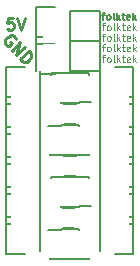
<source format=gto>
G04 #@! TF.FileFunction,Legend,Top*
%FSLAX46Y46*%
G04 Gerber Fmt 4.6, Leading zero omitted, Abs format (unit mm)*
G04 Created by KiCad (PCBNEW 4.0.4+e1-6308~48~ubuntu16.04.1-stable) date Thu Nov  3 23:05:53 2016*
%MOMM*%
%LPD*%
G01*
G04 APERTURE LIST*
%ADD10C,0.100000*%
%ADD11C,0.050000*%
%ADD12C,0.075000*%
%ADD13C,0.125000*%
%ADD14C,0.150000*%
%ADD15C,0.250000*%
%ADD16R,2.132000X2.132000*%
%ADD17O,2.132000X2.132000*%
%ADD18R,2.335200X2.335200*%
%ADD19R,1.100000X1.350000*%
%ADD20R,1.200000X0.500000*%
G04 APERTURE END LIST*
D10*
D11*
X240242858Y-86498429D02*
X240471429Y-86498429D01*
X240328572Y-86898429D02*
X240328572Y-86384143D01*
X240357144Y-86327000D01*
X240414286Y-86298429D01*
X240471429Y-86298429D01*
X240757143Y-86898429D02*
X240700001Y-86869857D01*
X240671429Y-86841286D01*
X240642858Y-86784143D01*
X240642858Y-86612714D01*
X240671429Y-86555571D01*
X240700001Y-86527000D01*
X240757143Y-86498429D01*
X240842858Y-86498429D01*
X240900001Y-86527000D01*
X240928572Y-86555571D01*
X240957143Y-86612714D01*
X240957143Y-86784143D01*
X240928572Y-86841286D01*
X240900001Y-86869857D01*
X240842858Y-86898429D01*
X240757143Y-86898429D01*
X241300000Y-86898429D02*
X241242858Y-86869857D01*
X241214286Y-86812714D01*
X241214286Y-86298429D01*
X241528572Y-86898429D02*
X241528572Y-86298429D01*
X241585715Y-86669857D02*
X241757144Y-86898429D01*
X241757144Y-86498429D02*
X241528572Y-86727000D01*
X241928572Y-86498429D02*
X242157143Y-86498429D01*
X242014286Y-86298429D02*
X242014286Y-86812714D01*
X242042858Y-86869857D01*
X242100000Y-86898429D01*
X242157143Y-86898429D01*
X242585715Y-86869857D02*
X242528572Y-86898429D01*
X242414286Y-86898429D01*
X242357143Y-86869857D01*
X242328572Y-86812714D01*
X242328572Y-86584143D01*
X242357143Y-86527000D01*
X242414286Y-86498429D01*
X242528572Y-86498429D01*
X242585715Y-86527000D01*
X242614286Y-86584143D01*
X242614286Y-86641286D01*
X242328572Y-86698429D01*
X242871429Y-86898429D02*
X242871429Y-86298429D01*
X242928572Y-86669857D02*
X243100001Y-86898429D01*
X243100001Y-86498429D02*
X242871429Y-86727000D01*
D12*
X240242858Y-85598429D02*
X240471429Y-85598429D01*
X240328572Y-85998429D02*
X240328572Y-85484143D01*
X240357144Y-85427000D01*
X240414286Y-85398429D01*
X240471429Y-85398429D01*
X240757143Y-85998429D02*
X240700001Y-85969857D01*
X240671429Y-85941286D01*
X240642858Y-85884143D01*
X240642858Y-85712714D01*
X240671429Y-85655571D01*
X240700001Y-85627000D01*
X240757143Y-85598429D01*
X240842858Y-85598429D01*
X240900001Y-85627000D01*
X240928572Y-85655571D01*
X240957143Y-85712714D01*
X240957143Y-85884143D01*
X240928572Y-85941286D01*
X240900001Y-85969857D01*
X240842858Y-85998429D01*
X240757143Y-85998429D01*
X241300000Y-85998429D02*
X241242858Y-85969857D01*
X241214286Y-85912714D01*
X241214286Y-85398429D01*
X241528572Y-85998429D02*
X241528572Y-85398429D01*
X241585715Y-85769857D02*
X241757144Y-85998429D01*
X241757144Y-85598429D02*
X241528572Y-85827000D01*
X241928572Y-85598429D02*
X242157143Y-85598429D01*
X242014286Y-85398429D02*
X242014286Y-85912714D01*
X242042858Y-85969857D01*
X242100000Y-85998429D01*
X242157143Y-85998429D01*
X242585715Y-85969857D02*
X242528572Y-85998429D01*
X242414286Y-85998429D01*
X242357143Y-85969857D01*
X242328572Y-85912714D01*
X242328572Y-85684143D01*
X242357143Y-85627000D01*
X242414286Y-85598429D01*
X242528572Y-85598429D01*
X242585715Y-85627000D01*
X242614286Y-85684143D01*
X242614286Y-85741286D01*
X242328572Y-85798429D01*
X242871429Y-85998429D02*
X242871429Y-85398429D01*
X242928572Y-85769857D02*
X243100001Y-85998429D01*
X243100001Y-85598429D02*
X242871429Y-85827000D01*
D10*
X240242858Y-84698429D02*
X240471429Y-84698429D01*
X240328572Y-85098429D02*
X240328572Y-84584143D01*
X240357144Y-84527000D01*
X240414286Y-84498429D01*
X240471429Y-84498429D01*
X240757143Y-85098429D02*
X240700001Y-85069857D01*
X240671429Y-85041286D01*
X240642858Y-84984143D01*
X240642858Y-84812714D01*
X240671429Y-84755571D01*
X240700001Y-84727000D01*
X240757143Y-84698429D01*
X240842858Y-84698429D01*
X240900001Y-84727000D01*
X240928572Y-84755571D01*
X240957143Y-84812714D01*
X240957143Y-84984143D01*
X240928572Y-85041286D01*
X240900001Y-85069857D01*
X240842858Y-85098429D01*
X240757143Y-85098429D01*
X241300000Y-85098429D02*
X241242858Y-85069857D01*
X241214286Y-85012714D01*
X241214286Y-84498429D01*
X241528572Y-85098429D02*
X241528572Y-84498429D01*
X241585715Y-84869857D02*
X241757144Y-85098429D01*
X241757144Y-84698429D02*
X241528572Y-84927000D01*
X241928572Y-84698429D02*
X242157143Y-84698429D01*
X242014286Y-84498429D02*
X242014286Y-85012714D01*
X242042858Y-85069857D01*
X242100000Y-85098429D01*
X242157143Y-85098429D01*
X242585715Y-85069857D02*
X242528572Y-85098429D01*
X242414286Y-85098429D01*
X242357143Y-85069857D01*
X242328572Y-85012714D01*
X242328572Y-84784143D01*
X242357143Y-84727000D01*
X242414286Y-84698429D01*
X242528572Y-84698429D01*
X242585715Y-84727000D01*
X242614286Y-84784143D01*
X242614286Y-84841286D01*
X242328572Y-84898429D01*
X242871429Y-85098429D02*
X242871429Y-84498429D01*
X242928572Y-84869857D02*
X243100001Y-85098429D01*
X243100001Y-84698429D02*
X242871429Y-84927000D01*
D13*
X240242858Y-83798429D02*
X240471429Y-83798429D01*
X240328572Y-84198429D02*
X240328572Y-83684143D01*
X240357144Y-83627000D01*
X240414286Y-83598429D01*
X240471429Y-83598429D01*
X240757143Y-84198429D02*
X240700001Y-84169857D01*
X240671429Y-84141286D01*
X240642858Y-84084143D01*
X240642858Y-83912714D01*
X240671429Y-83855571D01*
X240700001Y-83827000D01*
X240757143Y-83798429D01*
X240842858Y-83798429D01*
X240900001Y-83827000D01*
X240928572Y-83855571D01*
X240957143Y-83912714D01*
X240957143Y-84084143D01*
X240928572Y-84141286D01*
X240900001Y-84169857D01*
X240842858Y-84198429D01*
X240757143Y-84198429D01*
X241300000Y-84198429D02*
X241242858Y-84169857D01*
X241214286Y-84112714D01*
X241214286Y-83598429D01*
X241528572Y-84198429D02*
X241528572Y-83598429D01*
X241585715Y-83969857D02*
X241757144Y-84198429D01*
X241757144Y-83798429D02*
X241528572Y-84027000D01*
X241928572Y-83798429D02*
X242157143Y-83798429D01*
X242014286Y-83598429D02*
X242014286Y-84112714D01*
X242042858Y-84169857D01*
X242100000Y-84198429D01*
X242157143Y-84198429D01*
X242585715Y-84169857D02*
X242528572Y-84198429D01*
X242414286Y-84198429D01*
X242357143Y-84169857D01*
X242328572Y-84112714D01*
X242328572Y-83884143D01*
X242357143Y-83827000D01*
X242414286Y-83798429D01*
X242528572Y-83798429D01*
X242585715Y-83827000D01*
X242614286Y-83884143D01*
X242614286Y-83941286D01*
X242328572Y-83998429D01*
X242871429Y-84198429D02*
X242871429Y-83598429D01*
X242928572Y-83969857D02*
X243100001Y-84198429D01*
X243100001Y-83798429D02*
X242871429Y-84027000D01*
D14*
X240242858Y-82898429D02*
X240471429Y-82898429D01*
X240328572Y-83298429D02*
X240328572Y-82784143D01*
X240357144Y-82727000D01*
X240414286Y-82698429D01*
X240471429Y-82698429D01*
X240757143Y-83298429D02*
X240700001Y-83269857D01*
X240671429Y-83241286D01*
X240642858Y-83184143D01*
X240642858Y-83012714D01*
X240671429Y-82955571D01*
X240700001Y-82927000D01*
X240757143Y-82898429D01*
X240842858Y-82898429D01*
X240900001Y-82927000D01*
X240928572Y-82955571D01*
X240957143Y-83012714D01*
X240957143Y-83184143D01*
X240928572Y-83241286D01*
X240900001Y-83269857D01*
X240842858Y-83298429D01*
X240757143Y-83298429D01*
X241300000Y-83298429D02*
X241242858Y-83269857D01*
X241214286Y-83212714D01*
X241214286Y-82698429D01*
X241528572Y-83298429D02*
X241528572Y-82698429D01*
X241585715Y-83069857D02*
X241757144Y-83298429D01*
X241757144Y-82898429D02*
X241528572Y-83127000D01*
X241928572Y-82898429D02*
X242157143Y-82898429D01*
X242014286Y-82698429D02*
X242014286Y-83212714D01*
X242042858Y-83269857D01*
X242100000Y-83298429D01*
X242157143Y-83298429D01*
X242585715Y-83269857D02*
X242528572Y-83298429D01*
X242414286Y-83298429D01*
X242357143Y-83269857D01*
X242328572Y-83212714D01*
X242328572Y-82984143D01*
X242357143Y-82927000D01*
X242414286Y-82898429D01*
X242528572Y-82898429D01*
X242585715Y-82927000D01*
X242614286Y-82984143D01*
X242614286Y-83041286D01*
X242328572Y-83098429D01*
X242871429Y-83298429D02*
X242871429Y-82698429D01*
X242928572Y-83069857D02*
X243100001Y-83298429D01*
X243100001Y-82898429D02*
X242871429Y-83127000D01*
D15*
X232914806Y-84907699D02*
X232881134Y-84806684D01*
X232780119Y-84705669D01*
X232645431Y-84638325D01*
X232510745Y-84638325D01*
X232409729Y-84671996D01*
X232241371Y-84773012D01*
X232140355Y-84874027D01*
X232039340Y-85042386D01*
X232005668Y-85143401D01*
X232005668Y-85278088D01*
X232073012Y-85412776D01*
X232140356Y-85480119D01*
X232275043Y-85547462D01*
X232342386Y-85547462D01*
X232578088Y-85311760D01*
X232443401Y-85177074D01*
X232578088Y-85917851D02*
X233285195Y-85210745D01*
X232982149Y-86321913D01*
X233689256Y-85614806D01*
X233318867Y-86658630D02*
X234025973Y-85951523D01*
X234194332Y-86119882D01*
X234261676Y-86254569D01*
X234261676Y-86389256D01*
X234228004Y-86490271D01*
X234126989Y-86658630D01*
X234025973Y-86759646D01*
X233857615Y-86860661D01*
X233756600Y-86894333D01*
X233621913Y-86894333D01*
X233487225Y-86826988D01*
X233318867Y-86658630D01*
X232709524Y-83152381D02*
X232233333Y-83152381D01*
X232185714Y-83628571D01*
X232233333Y-83580952D01*
X232328571Y-83533333D01*
X232566667Y-83533333D01*
X232661905Y-83580952D01*
X232709524Y-83628571D01*
X232757143Y-83723810D01*
X232757143Y-83961905D01*
X232709524Y-84057143D01*
X232661905Y-84104762D01*
X232566667Y-84152381D01*
X232328571Y-84152381D01*
X232233333Y-84104762D01*
X232185714Y-84057143D01*
X233042857Y-83152381D02*
X233376190Y-84152381D01*
X233709524Y-83152381D01*
D14*
X237490000Y-82550000D02*
X240030000Y-82550000D01*
X234670000Y-82270000D02*
X236220000Y-82270000D01*
X237490000Y-82550000D02*
X237490000Y-85090000D01*
X236220000Y-85370000D02*
X234670000Y-85370000D01*
X234670000Y-85370000D02*
X234670000Y-82270000D01*
X237490000Y-85090000D02*
X240030000Y-85090000D01*
X240030000Y-85090000D02*
X240030000Y-82550000D01*
X237490000Y-85090000D02*
X240030000Y-85090000D01*
X234670000Y-84810000D02*
X236220000Y-84810000D01*
X237490000Y-85090000D02*
X237490000Y-87630000D01*
X236220000Y-87910000D02*
X234670000Y-87910000D01*
X234670000Y-87910000D02*
X234670000Y-84810000D01*
X237490000Y-87630000D02*
X240030000Y-87630000D01*
X240030000Y-87630000D02*
X240030000Y-85090000D01*
X242850000Y-90450000D02*
X241300000Y-90450000D01*
X241300000Y-87350000D02*
X242850000Y-87350000D01*
X242850000Y-87350000D02*
X242850000Y-90450000D01*
X240030000Y-87630000D02*
X240030000Y-90170000D01*
X232130000Y-87350000D02*
X233680000Y-87350000D01*
X233680000Y-90450000D02*
X232130000Y-90450000D01*
X232130000Y-90450000D02*
X232130000Y-87350000D01*
X234950000Y-90170000D02*
X234950000Y-87630000D01*
X232130000Y-92430000D02*
X233680000Y-92430000D01*
X233680000Y-95530000D02*
X232130000Y-95530000D01*
X232130000Y-95530000D02*
X232130000Y-92430000D01*
X234950000Y-95250000D02*
X234950000Y-92710000D01*
X242850000Y-95530000D02*
X241300000Y-95530000D01*
X241300000Y-92430000D02*
X242850000Y-92430000D01*
X242850000Y-92430000D02*
X242850000Y-95530000D01*
X240030000Y-92710000D02*
X240030000Y-95250000D01*
X232130000Y-100050000D02*
X233680000Y-100050000D01*
X233680000Y-103150000D02*
X232130000Y-103150000D01*
X232130000Y-103150000D02*
X232130000Y-100050000D01*
X234950000Y-102870000D02*
X234950000Y-100330000D01*
X242850000Y-103150000D02*
X241300000Y-103150000D01*
X241300000Y-100050000D02*
X242850000Y-100050000D01*
X242850000Y-100050000D02*
X242850000Y-103150000D01*
X240030000Y-100330000D02*
X240030000Y-102870000D01*
X242850000Y-98070000D02*
X241300000Y-98070000D01*
X241300000Y-94970000D02*
X242850000Y-94970000D01*
X242850000Y-94970000D02*
X242850000Y-98070000D01*
X240030000Y-95250000D02*
X240030000Y-97790000D01*
X232130000Y-94970000D02*
X233680000Y-94970000D01*
X233680000Y-98070000D02*
X232130000Y-98070000D01*
X232130000Y-98070000D02*
X232130000Y-94970000D01*
X234950000Y-97790000D02*
X234950000Y-95250000D01*
X242850000Y-92990000D02*
X241300000Y-92990000D01*
X241300000Y-89890000D02*
X242850000Y-89890000D01*
X242850000Y-89890000D02*
X242850000Y-92990000D01*
X240030000Y-90170000D02*
X240030000Y-92710000D01*
X232130000Y-89890000D02*
X233680000Y-89890000D01*
X233680000Y-92990000D02*
X232130000Y-92990000D01*
X232130000Y-92990000D02*
X232130000Y-89890000D01*
X234950000Y-92710000D02*
X234950000Y-90170000D01*
X232130000Y-97510000D02*
X233680000Y-97510000D01*
X233680000Y-100610000D02*
X232130000Y-100610000D01*
X232130000Y-100610000D02*
X232130000Y-97510000D01*
X234950000Y-100330000D02*
X234950000Y-97790000D01*
X242850000Y-100610000D02*
X241300000Y-100610000D01*
X241300000Y-97510000D02*
X242850000Y-97510000D01*
X242850000Y-97510000D02*
X242850000Y-100610000D01*
X240030000Y-97790000D02*
X240030000Y-100330000D01*
X238000000Y-90450000D02*
X237000000Y-90450000D01*
X237000000Y-92150000D02*
X238000000Y-92150000D01*
X237000000Y-96550000D02*
X238000000Y-96550000D01*
X238000000Y-94850000D02*
X237000000Y-94850000D01*
X238250000Y-90400000D02*
X238250000Y-90250000D01*
X236750000Y-90400000D02*
X236750000Y-90250000D01*
X235900000Y-87850000D02*
X235900000Y-87950000D01*
X239150000Y-87850000D02*
X239150000Y-87950000D01*
X238250000Y-90400000D02*
X236750000Y-90400000D01*
X239150000Y-87850000D02*
X235900000Y-87850000D01*
X238250000Y-90250000D02*
X239325000Y-90250000D01*
X236750000Y-92200000D02*
X236750000Y-92350000D01*
X238250000Y-92200000D02*
X238250000Y-92350000D01*
X239100000Y-94750000D02*
X239100000Y-94650000D01*
X235850000Y-94750000D02*
X235850000Y-94650000D01*
X236750000Y-92200000D02*
X238250000Y-92200000D01*
X235850000Y-94750000D02*
X239100000Y-94750000D01*
X236750000Y-92350000D02*
X235675000Y-92350000D01*
X236750000Y-101000000D02*
X236750000Y-101150000D01*
X238250000Y-101000000D02*
X238250000Y-101150000D01*
X239100000Y-103550000D02*
X239100000Y-103450000D01*
X235850000Y-103550000D02*
X235850000Y-103450000D01*
X236750000Y-101000000D02*
X238250000Y-101000000D01*
X235850000Y-103550000D02*
X239100000Y-103550000D01*
X236750000Y-101150000D02*
X235675000Y-101150000D01*
X238250000Y-99200000D02*
X238250000Y-99050000D01*
X236750000Y-99200000D02*
X236750000Y-99050000D01*
X235900000Y-96650000D02*
X235900000Y-96750000D01*
X239150000Y-96650000D02*
X239150000Y-96750000D01*
X238250000Y-99200000D02*
X236750000Y-99200000D01*
X239150000Y-96650000D02*
X235900000Y-96650000D01*
X238250000Y-99050000D02*
X239325000Y-99050000D01*
X236900000Y-100950000D02*
X237900000Y-100950000D01*
X237900000Y-99250000D02*
X236900000Y-99250000D01*
%LPC*%
D16*
X236220000Y-83820000D03*
D17*
X238760000Y-83820000D03*
D16*
X236220000Y-86360000D03*
D17*
X238760000Y-86360000D03*
D18*
X241300000Y-88900000D03*
X233680000Y-88900000D03*
X233680000Y-93980000D03*
X241300000Y-93980000D03*
X233680000Y-101600000D03*
X241300000Y-101600000D03*
X241300000Y-96520000D03*
X233680000Y-96520000D03*
X241300000Y-91440000D03*
X233680000Y-91440000D03*
X233680000Y-99060000D03*
X241300000Y-99060000D03*
D19*
X236500000Y-91300000D03*
X238500000Y-91300000D03*
X238500000Y-95700000D03*
X236500000Y-95700000D03*
D20*
X238650000Y-89750000D03*
X238650000Y-89100000D03*
X238650000Y-88450000D03*
X236350000Y-88450000D03*
X236350000Y-89750000D03*
X236350000Y-92850000D03*
X236350000Y-93500000D03*
X236350000Y-94150000D03*
X238650000Y-94150000D03*
X238650000Y-92850000D03*
X236350000Y-101650000D03*
X236350000Y-102300000D03*
X236350000Y-102950000D03*
X238650000Y-102950000D03*
X238650000Y-101650000D03*
X238650000Y-98550000D03*
X238650000Y-97900000D03*
X238650000Y-97250000D03*
X236350000Y-97250000D03*
X236350000Y-98550000D03*
D19*
X238400000Y-100100000D03*
X236400000Y-100100000D03*
M02*

</source>
